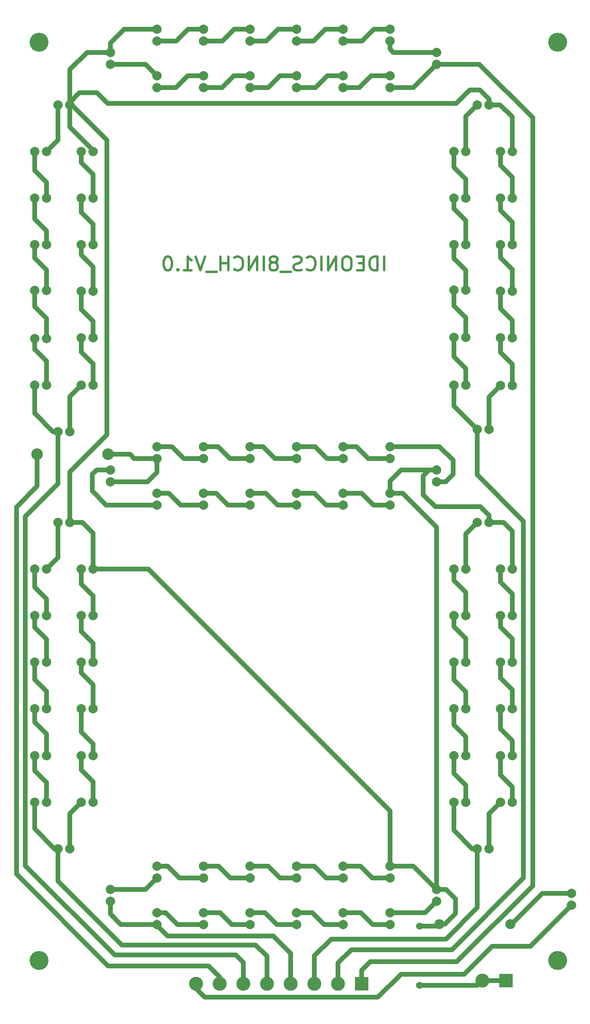
<source format=gbl>
G04 (created by PCBNEW (2013-07-07 BZR 4022)-stable) date 2/5/2016 12:23:49 PM*
%MOIN*%
G04 Gerber Fmt 3.4, Leading zero omitted, Abs format*
%FSLAX34Y34*%
G01*
G70*
G90*
G04 APERTURE LIST*
%ADD10C,0.00590551*%
%ADD11C,0.019685*%
%ADD12C,0.0787*%
%ADD13C,0.0843701*%
%ADD14C,0.0984252*%
%ADD15C,0.16*%
%ADD16R,0.1181X0.1181*%
%ADD17C,0.1181*%
%ADD18C,0.06*%
%ADD19C,0.0393701*%
G04 APERTURE END LIST*
G54D10*
G54D11*
X43180Y-32878D02*
X43180Y-31696D01*
X42617Y-32878D02*
X42617Y-31696D01*
X42336Y-31696D01*
X42167Y-31753D01*
X42055Y-31865D01*
X41998Y-31978D01*
X41942Y-32203D01*
X41942Y-32371D01*
X41998Y-32596D01*
X42055Y-32709D01*
X42167Y-32821D01*
X42336Y-32878D01*
X42617Y-32878D01*
X41436Y-32259D02*
X41042Y-32259D01*
X40874Y-32878D02*
X41436Y-32878D01*
X41436Y-31696D01*
X40874Y-31696D01*
X40142Y-31696D02*
X39917Y-31696D01*
X39805Y-31753D01*
X39693Y-31865D01*
X39636Y-32090D01*
X39636Y-32484D01*
X39693Y-32709D01*
X39805Y-32821D01*
X39917Y-32878D01*
X40142Y-32878D01*
X40255Y-32821D01*
X40367Y-32709D01*
X40424Y-32484D01*
X40424Y-32090D01*
X40367Y-31865D01*
X40255Y-31753D01*
X40142Y-31696D01*
X39130Y-32878D02*
X39130Y-31696D01*
X38455Y-32878D01*
X38455Y-31696D01*
X37893Y-32878D02*
X37893Y-31696D01*
X36655Y-32765D02*
X36712Y-32821D01*
X36880Y-32878D01*
X36993Y-32878D01*
X37162Y-32821D01*
X37274Y-32709D01*
X37330Y-32596D01*
X37387Y-32371D01*
X37387Y-32203D01*
X37330Y-31978D01*
X37274Y-31865D01*
X37162Y-31753D01*
X36993Y-31696D01*
X36880Y-31696D01*
X36712Y-31753D01*
X36655Y-31809D01*
X36205Y-32821D02*
X36037Y-32878D01*
X35756Y-32878D01*
X35643Y-32821D01*
X35587Y-32765D01*
X35531Y-32653D01*
X35531Y-32540D01*
X35587Y-32428D01*
X35643Y-32371D01*
X35756Y-32315D01*
X35980Y-32259D01*
X36093Y-32203D01*
X36149Y-32146D01*
X36205Y-32034D01*
X36205Y-31921D01*
X36149Y-31809D01*
X36093Y-31753D01*
X35980Y-31696D01*
X35699Y-31696D01*
X35531Y-31753D01*
X35306Y-32990D02*
X34406Y-32990D01*
X33956Y-32203D02*
X34068Y-32146D01*
X34124Y-32090D01*
X34181Y-31978D01*
X34181Y-31921D01*
X34124Y-31809D01*
X34068Y-31753D01*
X33956Y-31696D01*
X33731Y-31696D01*
X33618Y-31753D01*
X33562Y-31809D01*
X33506Y-31921D01*
X33506Y-31978D01*
X33562Y-32090D01*
X33618Y-32146D01*
X33731Y-32203D01*
X33956Y-32203D01*
X34068Y-32259D01*
X34124Y-32315D01*
X34181Y-32428D01*
X34181Y-32653D01*
X34124Y-32765D01*
X34068Y-32821D01*
X33956Y-32878D01*
X33731Y-32878D01*
X33618Y-32821D01*
X33562Y-32765D01*
X33506Y-32653D01*
X33506Y-32428D01*
X33562Y-32315D01*
X33618Y-32259D01*
X33731Y-32203D01*
X33000Y-32878D02*
X33000Y-31696D01*
X32437Y-32878D02*
X32437Y-31696D01*
X31762Y-32878D01*
X31762Y-31696D01*
X30525Y-32765D02*
X30581Y-32821D01*
X30750Y-32878D01*
X30862Y-32878D01*
X31031Y-32821D01*
X31144Y-32709D01*
X31200Y-32596D01*
X31256Y-32371D01*
X31256Y-32203D01*
X31200Y-31978D01*
X31144Y-31865D01*
X31031Y-31753D01*
X30862Y-31696D01*
X30750Y-31696D01*
X30581Y-31753D01*
X30525Y-31809D01*
X30019Y-32878D02*
X30019Y-31696D01*
X30019Y-32259D02*
X29344Y-32259D01*
X29344Y-32878D02*
X29344Y-31696D01*
X29063Y-32990D02*
X28163Y-32990D01*
X28050Y-31696D02*
X27657Y-32878D01*
X27263Y-31696D01*
X26250Y-32878D02*
X26925Y-32878D01*
X26588Y-32878D02*
X26588Y-31696D01*
X26700Y-31865D01*
X26813Y-31978D01*
X26925Y-32034D01*
X25744Y-32765D02*
X25688Y-32821D01*
X25744Y-32878D01*
X25801Y-32821D01*
X25744Y-32765D01*
X25744Y-32878D01*
X24957Y-31696D02*
X24844Y-31696D01*
X24732Y-31753D01*
X24676Y-31809D01*
X24619Y-31921D01*
X24563Y-32146D01*
X24563Y-32428D01*
X24619Y-32653D01*
X24676Y-32765D01*
X24732Y-32821D01*
X24844Y-32878D01*
X24957Y-32878D01*
X25069Y-32821D01*
X25126Y-32765D01*
X25182Y-32653D01*
X25238Y-32428D01*
X25238Y-32146D01*
X25182Y-31921D01*
X25126Y-31809D01*
X25069Y-31753D01*
X24957Y-31696D01*
G54D12*
X14638Y-65977D03*
X13638Y-65977D03*
X18575Y-30702D03*
X17575Y-30702D03*
X18575Y-26765D03*
X17575Y-26765D03*
X16607Y-81725D03*
X15607Y-81725D03*
X16607Y-54166D03*
X15607Y-54166D03*
X18575Y-69914D03*
X17575Y-69914D03*
X18575Y-65977D03*
X17575Y-65977D03*
X18575Y-62040D03*
X17575Y-62040D03*
X18575Y-58103D03*
X17575Y-58103D03*
X14638Y-69914D03*
X13638Y-69914D03*
X18575Y-38576D03*
X17575Y-38576D03*
X14638Y-62040D03*
X13638Y-62040D03*
X14638Y-58103D03*
X13638Y-58103D03*
X47603Y-14454D03*
X47603Y-15454D03*
X23981Y-12485D03*
X23981Y-13485D03*
X20044Y-14454D03*
X20044Y-15454D03*
X31855Y-12485D03*
X31855Y-13485D03*
X35792Y-12485D03*
X35792Y-13485D03*
X39729Y-47761D03*
X39729Y-48761D03*
X20044Y-49729D03*
X20044Y-50729D03*
X47603Y-49729D03*
X47603Y-50729D03*
X43666Y-51698D03*
X43666Y-52698D03*
X39729Y-51698D03*
X39729Y-52698D03*
X35792Y-51698D03*
X35792Y-52698D03*
X31855Y-51698D03*
X31855Y-52698D03*
X31855Y-47761D03*
X31855Y-48761D03*
X35792Y-47761D03*
X35792Y-48761D03*
X18575Y-34639D03*
X17575Y-34639D03*
X43666Y-47761D03*
X43666Y-48761D03*
X14638Y-42552D03*
X13638Y-42552D03*
X18575Y-22828D03*
X17575Y-22828D03*
X16607Y-18891D03*
X15607Y-18891D03*
X14638Y-26765D03*
X13638Y-26765D03*
X14638Y-22828D03*
X13638Y-22828D03*
X14638Y-30702D03*
X13638Y-30702D03*
X27918Y-12485D03*
X27918Y-13485D03*
X31855Y-83194D03*
X31855Y-84194D03*
X50071Y-65977D03*
X49071Y-65977D03*
X50071Y-77788D03*
X49071Y-77788D03*
X54008Y-73851D03*
X53008Y-73851D03*
X54008Y-69914D03*
X53008Y-69914D03*
X54008Y-65977D03*
X53008Y-65977D03*
X43666Y-83194D03*
X43666Y-84194D03*
X39729Y-83194D03*
X39729Y-84194D03*
X35792Y-83194D03*
X35792Y-84194D03*
X35792Y-16422D03*
X35792Y-17422D03*
X31855Y-87131D03*
X31855Y-88131D03*
X35792Y-87131D03*
X35792Y-88131D03*
X39729Y-87131D03*
X39729Y-88131D03*
X43666Y-87131D03*
X43666Y-88131D03*
X20044Y-85162D03*
X20044Y-86162D03*
X47603Y-85162D03*
X47603Y-86162D03*
X54008Y-62040D03*
X53008Y-62040D03*
X54008Y-22828D03*
X53008Y-22828D03*
X50071Y-62040D03*
X49071Y-62040D03*
X31855Y-16422D03*
X31855Y-17422D03*
X27918Y-16422D03*
X27918Y-17422D03*
X23981Y-16422D03*
X23981Y-17422D03*
X50071Y-42552D03*
X49071Y-42552D03*
X50071Y-30702D03*
X49071Y-30702D03*
X50071Y-26765D03*
X49071Y-26765D03*
X50071Y-22828D03*
X49071Y-22828D03*
X52040Y-18891D03*
X51040Y-18891D03*
X54008Y-38576D03*
X53008Y-38576D03*
X54008Y-34639D03*
X53008Y-34639D03*
X54008Y-30702D03*
X53008Y-30702D03*
X54008Y-26765D03*
X53008Y-26765D03*
X54008Y-58103D03*
X53008Y-58103D03*
X52040Y-54166D03*
X51040Y-54166D03*
X50071Y-58103D03*
X49071Y-58103D03*
X59000Y-85500D03*
X59000Y-86500D03*
G54D13*
X47850Y-88100D03*
X53850Y-88100D03*
G54D12*
X14638Y-73851D03*
X13638Y-73851D03*
X18575Y-73851D03*
X17575Y-73851D03*
X18575Y-42552D03*
X17575Y-42552D03*
X14638Y-34560D03*
X13638Y-34560D03*
X27918Y-51698D03*
X27918Y-52698D03*
X27918Y-47761D03*
X27918Y-48761D03*
X39729Y-16422D03*
X39729Y-17422D03*
X39729Y-12485D03*
X39729Y-13485D03*
X50071Y-34521D03*
X49071Y-34521D03*
X54008Y-42592D03*
X53008Y-42592D03*
X54008Y-77788D03*
X53008Y-77788D03*
X50071Y-69914D03*
X49071Y-69914D03*
X27918Y-87131D03*
X27918Y-88131D03*
X27918Y-83194D03*
X27918Y-84194D03*
X14638Y-77788D03*
X13638Y-77788D03*
X18575Y-77788D03*
X17575Y-77788D03*
X16607Y-46489D03*
X15607Y-46489D03*
X14638Y-38615D03*
X13638Y-38615D03*
X23981Y-47761D03*
X23981Y-48761D03*
X23981Y-51698D03*
X23981Y-52698D03*
X43666Y-16422D03*
X43666Y-17422D03*
X43666Y-12485D03*
X43666Y-13485D03*
X52040Y-46292D03*
X51040Y-46292D03*
X50071Y-38537D03*
X49071Y-38537D03*
X52040Y-81725D03*
X51040Y-81725D03*
X50071Y-73851D03*
X49071Y-73851D03*
X23981Y-87131D03*
X23981Y-88131D03*
X23981Y-83194D03*
X23981Y-84194D03*
G54D14*
X13850Y-48400D03*
X19850Y-48400D03*
G54D15*
X14000Y-13600D03*
X57850Y-13600D03*
X57850Y-91162D03*
X14000Y-91162D03*
G54D16*
X53475Y-92850D03*
G54D17*
X51475Y-92850D03*
G54D16*
X41275Y-93125D03*
G54D17*
X35275Y-93125D03*
X33275Y-93125D03*
X31275Y-93125D03*
X29275Y-93125D03*
X27275Y-93125D03*
X37275Y-93125D03*
X39275Y-93125D03*
G54D18*
X46175Y-93275D03*
X46175Y-88275D03*
G54D19*
X18067Y-14454D02*
X20044Y-14454D01*
X20044Y-14454D02*
X20044Y-13655D01*
X20044Y-13655D02*
X21214Y-12485D01*
X21214Y-12485D02*
X23981Y-12485D01*
X16607Y-15914D02*
X18067Y-14454D01*
X46200Y-88250D02*
X47700Y-88250D01*
X47700Y-88250D02*
X47850Y-88100D01*
X47850Y-88100D02*
X48300Y-88100D01*
X48412Y-85162D02*
X47603Y-85162D01*
X49200Y-85950D02*
X48412Y-85162D01*
X49200Y-87200D02*
X49200Y-85950D01*
X48300Y-88100D02*
X49200Y-87200D01*
X43666Y-83194D02*
X43666Y-78516D01*
X23253Y-58103D02*
X18575Y-58103D01*
X43666Y-78516D02*
X23253Y-58103D01*
X47603Y-85162D02*
X47603Y-54553D01*
X44748Y-51698D02*
X43666Y-51698D01*
X47603Y-54553D02*
X44748Y-51698D01*
X16607Y-18891D02*
X16791Y-18891D01*
X16607Y-49892D02*
X16607Y-54166D01*
X19750Y-46750D02*
X16607Y-49892D01*
X19750Y-21850D02*
X19750Y-46750D01*
X16791Y-18891D02*
X19750Y-21850D01*
X16607Y-18891D02*
X16607Y-20757D01*
X18575Y-22725D02*
X18575Y-22828D01*
X16607Y-20757D02*
X18575Y-22725D01*
X16607Y-18891D02*
X16607Y-18686D01*
X52040Y-18387D02*
X52040Y-18891D01*
X51288Y-17635D02*
X52040Y-18387D01*
X50406Y-17635D02*
X51288Y-17635D01*
X49284Y-18757D02*
X50406Y-17635D01*
X19800Y-18757D02*
X49284Y-18757D01*
X18918Y-17875D02*
X19800Y-18757D01*
X17418Y-17875D02*
X18918Y-17875D01*
X16607Y-18686D02*
X17418Y-17875D01*
X47603Y-49729D02*
X46996Y-49729D01*
X52040Y-53564D02*
X52040Y-54166D01*
X51307Y-52832D02*
X52040Y-53564D01*
X47500Y-52832D02*
X51307Y-52832D01*
X46492Y-51824D02*
X47500Y-52832D01*
X46492Y-50233D02*
X46492Y-51824D01*
X46996Y-49729D02*
X46492Y-50233D01*
X43666Y-51698D02*
X43666Y-50662D01*
X44599Y-49729D02*
X47603Y-49729D01*
X43666Y-50662D02*
X44599Y-49729D01*
X16607Y-18891D02*
X16607Y-15914D01*
X52040Y-18891D02*
X52991Y-18891D01*
X52991Y-18891D02*
X54008Y-19908D01*
X54008Y-19908D02*
X54008Y-22828D01*
X52040Y-54166D02*
X53266Y-54166D01*
X54008Y-54908D02*
X54008Y-58103D01*
X53266Y-54166D02*
X54008Y-54908D01*
X43666Y-83194D02*
X45634Y-83194D01*
X45634Y-83194D02*
X47603Y-85162D01*
X16607Y-54166D02*
X17666Y-54166D01*
X18575Y-55075D02*
X18575Y-58103D01*
X17666Y-54166D02*
X18575Y-55075D01*
X51475Y-92850D02*
X53475Y-92850D01*
X46175Y-93275D02*
X51050Y-93275D01*
X51050Y-93275D02*
X51475Y-92850D01*
X27275Y-93125D02*
X27275Y-93525D01*
X55550Y-89950D02*
X59000Y-86500D01*
X52325Y-89950D02*
X55550Y-89950D01*
X49950Y-92325D02*
X52325Y-89950D01*
X44600Y-92325D02*
X49950Y-92325D01*
X42650Y-94275D02*
X44600Y-92325D01*
X28025Y-94275D02*
X42650Y-94275D01*
X27275Y-93525D02*
X28025Y-94275D01*
X23981Y-48761D02*
X23981Y-49918D01*
X23170Y-50729D02*
X20044Y-50729D01*
X23981Y-49918D02*
X23170Y-50729D01*
X19850Y-48400D02*
X21700Y-48400D01*
X22061Y-48761D02*
X23981Y-48761D01*
X21700Y-48400D02*
X22061Y-48761D01*
X41275Y-93125D02*
X41275Y-92000D01*
X51229Y-15454D02*
X47603Y-15454D01*
X55750Y-19975D02*
X51229Y-15454D01*
X55750Y-84850D02*
X55750Y-19975D01*
X49325Y-91275D02*
X55750Y-84850D01*
X42000Y-91275D02*
X49325Y-91275D01*
X41275Y-92000D02*
X42000Y-91275D01*
X43666Y-17422D02*
X45634Y-17422D01*
X45634Y-17422D02*
X47603Y-15454D01*
X39275Y-93125D02*
X39275Y-91375D01*
X51040Y-50140D02*
X51040Y-46292D01*
X54950Y-54050D02*
X51040Y-50140D01*
X54950Y-84200D02*
X54950Y-54050D01*
X48900Y-90250D02*
X54950Y-84200D01*
X40400Y-90250D02*
X48900Y-90250D01*
X39275Y-91375D02*
X40400Y-90250D01*
X49071Y-42552D02*
X49071Y-44324D01*
X49071Y-44324D02*
X51040Y-46292D01*
X37275Y-93125D02*
X37275Y-90775D01*
X51040Y-86709D02*
X51040Y-81725D01*
X48400Y-89350D02*
X51040Y-86709D01*
X38700Y-89350D02*
X48400Y-89350D01*
X37275Y-90775D02*
X38700Y-89350D01*
X51040Y-81725D02*
X50625Y-81725D01*
X49071Y-80171D02*
X49071Y-77788D01*
X50625Y-81725D02*
X49071Y-80171D01*
X23981Y-88131D02*
X23981Y-88206D01*
X35275Y-90575D02*
X35275Y-93125D01*
X33800Y-89100D02*
X35275Y-90575D01*
X24875Y-89100D02*
X33800Y-89100D01*
X23981Y-88206D02*
X24875Y-89100D01*
X24061Y-88211D02*
X23981Y-88131D01*
X20044Y-86162D02*
X20044Y-87244D01*
X20044Y-87244D02*
X20931Y-88131D01*
X20931Y-88131D02*
X23981Y-88131D01*
X33275Y-93125D02*
X33275Y-90800D01*
X15607Y-84457D02*
X15607Y-81725D01*
X21000Y-89850D02*
X15607Y-84457D01*
X32325Y-89850D02*
X21000Y-89850D01*
X33275Y-90800D02*
X32325Y-89850D01*
X15607Y-81725D02*
X15325Y-81725D01*
X13638Y-80038D02*
X13638Y-77788D01*
X15325Y-81725D02*
X13638Y-80038D01*
X31275Y-93125D02*
X31275Y-91325D01*
X15607Y-50892D02*
X15607Y-46489D01*
X12850Y-53650D02*
X15607Y-50892D01*
X12850Y-83150D02*
X12850Y-53650D01*
X20400Y-90700D02*
X12850Y-83150D01*
X30650Y-90700D02*
X20400Y-90700D01*
X31275Y-91325D02*
X30650Y-90700D01*
X15607Y-46489D02*
X15189Y-46489D01*
X15189Y-46489D02*
X13638Y-44938D01*
X13638Y-44938D02*
X13638Y-42552D01*
X13850Y-48400D02*
X13850Y-51100D01*
X29275Y-92550D02*
X29275Y-93125D01*
X28350Y-91625D02*
X29275Y-92550D01*
X19850Y-91625D02*
X28350Y-91625D01*
X12100Y-83875D02*
X19850Y-91625D01*
X12100Y-52850D02*
X12100Y-83875D01*
X13850Y-51100D02*
X12100Y-52850D01*
X53008Y-65977D02*
X53008Y-67308D01*
X54008Y-68308D02*
X54008Y-69914D01*
X53008Y-67308D02*
X54008Y-68308D01*
X54008Y-73851D02*
X54008Y-72608D01*
X53008Y-71608D02*
X53008Y-69914D01*
X54008Y-72608D02*
X53008Y-71608D01*
X34131Y-88131D02*
X35792Y-88131D01*
X33131Y-87131D02*
X34131Y-88131D01*
X31855Y-87131D02*
X33131Y-87131D01*
X49071Y-58103D02*
X49071Y-59071D01*
X50071Y-60071D02*
X50071Y-62040D01*
X49071Y-59071D02*
X50071Y-60071D01*
X50071Y-58103D02*
X50071Y-55135D01*
X50071Y-55135D02*
X51040Y-54166D01*
X53008Y-62040D02*
X53008Y-63008D01*
X54008Y-64008D02*
X54008Y-65977D01*
X53008Y-63008D02*
X54008Y-64008D01*
X53008Y-58103D02*
X53008Y-59208D01*
X54008Y-60208D02*
X54008Y-62040D01*
X53008Y-59208D02*
X54008Y-60208D01*
X50071Y-22828D02*
X50071Y-19859D01*
X50071Y-19859D02*
X51040Y-18891D01*
X17575Y-62040D02*
X17575Y-63375D01*
X18575Y-64375D02*
X18575Y-65977D01*
X17575Y-63375D02*
X18575Y-64375D01*
X15607Y-18891D02*
X15607Y-21859D01*
X15607Y-21859D02*
X14638Y-22828D01*
X14638Y-26765D02*
X14638Y-25438D01*
X13638Y-24438D02*
X13638Y-22828D01*
X14638Y-25438D02*
X13638Y-24438D01*
X27918Y-87131D02*
X29331Y-87131D01*
X30331Y-88131D02*
X31855Y-88131D01*
X29331Y-87131D02*
X30331Y-88131D01*
X17575Y-30702D02*
X17575Y-31575D01*
X18575Y-32575D02*
X18575Y-34639D01*
X17575Y-31575D02*
X18575Y-32575D01*
X17575Y-34639D02*
X17575Y-36175D01*
X18575Y-37175D02*
X18575Y-38576D01*
X17575Y-36175D02*
X18575Y-37175D01*
X14638Y-30702D02*
X14638Y-29538D01*
X13638Y-28538D02*
X13638Y-26765D01*
X14638Y-29538D02*
X13638Y-28538D01*
X13638Y-30702D02*
X13638Y-31838D01*
X14638Y-32838D02*
X14638Y-34560D01*
X13638Y-31838D02*
X14638Y-32838D01*
X17575Y-38576D02*
X17575Y-39775D01*
X18575Y-40775D02*
X18575Y-42552D01*
X17575Y-39775D02*
X18575Y-40775D01*
X14638Y-73851D02*
X14638Y-72038D01*
X13638Y-71038D02*
X13638Y-69914D01*
X14638Y-72038D02*
X13638Y-71038D01*
X17575Y-65977D02*
X17575Y-66875D01*
X18575Y-67875D02*
X18575Y-69914D01*
X17575Y-66875D02*
X18575Y-67875D01*
X14638Y-69914D02*
X14638Y-68438D01*
X13638Y-67438D02*
X13638Y-65977D01*
X14638Y-68438D02*
X13638Y-67438D01*
X13638Y-62040D02*
X13638Y-63038D01*
X14638Y-64038D02*
X14638Y-65977D01*
X13638Y-63038D02*
X14638Y-64038D01*
X49071Y-22828D02*
X49071Y-24171D01*
X50071Y-25171D02*
X50071Y-26765D01*
X49071Y-24171D02*
X50071Y-25171D01*
X27918Y-83194D02*
X29194Y-83194D01*
X30194Y-84194D02*
X31855Y-84194D01*
X29194Y-83194D02*
X30194Y-84194D01*
X17575Y-58103D02*
X17575Y-59375D01*
X18575Y-60375D02*
X18575Y-62040D01*
X17575Y-59375D02*
X18575Y-60375D01*
X13638Y-58103D02*
X13638Y-59638D01*
X14638Y-60638D02*
X14638Y-62040D01*
X13638Y-59638D02*
X14638Y-60638D01*
X15607Y-54166D02*
X15607Y-57135D01*
X15607Y-57135D02*
X14638Y-58103D01*
X39729Y-87131D02*
X41231Y-87131D01*
X42231Y-88131D02*
X43666Y-88131D01*
X41231Y-87131D02*
X42231Y-88131D01*
X43666Y-87131D02*
X46634Y-87131D01*
X46634Y-87131D02*
X47603Y-86162D01*
X35792Y-87131D02*
X37131Y-87131D01*
X38131Y-88131D02*
X39729Y-88131D01*
X37131Y-87131D02*
X38131Y-88131D01*
X23981Y-83194D02*
X24894Y-83194D01*
X25894Y-84194D02*
X27918Y-84194D01*
X24894Y-83194D02*
X25894Y-84194D01*
X23981Y-87131D02*
X24731Y-87131D01*
X25731Y-88131D02*
X27918Y-88131D01*
X24731Y-87131D02*
X25731Y-88131D01*
X50071Y-73851D02*
X50071Y-72271D01*
X49071Y-71271D02*
X49071Y-69914D01*
X50071Y-72271D02*
X49071Y-71271D01*
X52040Y-81725D02*
X52040Y-78757D01*
X52040Y-78757D02*
X53008Y-77788D01*
X31855Y-83194D02*
X33394Y-83194D01*
X34394Y-84194D02*
X35792Y-84194D01*
X33394Y-83194D02*
X34394Y-84194D01*
X50071Y-42552D02*
X50071Y-41171D01*
X49071Y-40171D02*
X49071Y-38537D01*
X50071Y-41171D02*
X49071Y-40171D01*
X49071Y-34521D02*
X49071Y-35871D01*
X50071Y-36871D02*
X50071Y-38537D01*
X49071Y-35871D02*
X50071Y-36871D01*
X52040Y-46292D02*
X52040Y-43560D01*
X52040Y-43560D02*
X53008Y-42592D01*
X39729Y-13485D02*
X41314Y-13485D01*
X42314Y-12485D02*
X43666Y-12485D01*
X41314Y-13485D02*
X42314Y-12485D01*
X39729Y-17422D02*
X41077Y-17422D01*
X42077Y-16422D02*
X43666Y-16422D01*
X41077Y-17422D02*
X42077Y-16422D01*
X23981Y-51698D02*
X24998Y-51698D01*
X25998Y-52698D02*
X27918Y-52698D01*
X24998Y-51698D02*
X25998Y-52698D01*
X23981Y-47761D02*
X25261Y-47761D01*
X26261Y-48761D02*
X27918Y-48761D01*
X25261Y-47761D02*
X26261Y-48761D01*
X17575Y-73851D02*
X17575Y-75075D01*
X18575Y-76075D02*
X18575Y-77788D01*
X17575Y-75075D02*
X18575Y-76075D01*
X13638Y-73851D02*
X13638Y-75138D01*
X14638Y-76138D02*
X14638Y-77788D01*
X13638Y-75138D02*
X14638Y-76138D01*
X31855Y-13485D02*
X33214Y-13485D01*
X34214Y-12485D02*
X35792Y-12485D01*
X33214Y-13485D02*
X34214Y-12485D01*
X35792Y-83194D02*
X37294Y-83194D01*
X38294Y-84194D02*
X39729Y-84194D01*
X37294Y-83194D02*
X38294Y-84194D01*
X49071Y-26765D02*
X49071Y-27671D01*
X50071Y-28671D02*
X50071Y-30702D01*
X49071Y-27671D02*
X50071Y-28671D01*
X49071Y-30702D02*
X49071Y-31871D01*
X50071Y-32871D02*
X50071Y-34521D01*
X49071Y-31871D02*
X50071Y-32871D01*
X53008Y-38576D02*
X53008Y-39808D01*
X54008Y-40808D02*
X54008Y-42592D01*
X53008Y-39808D02*
X54008Y-40808D01*
X53008Y-34639D02*
X53008Y-36108D01*
X54008Y-37108D02*
X54008Y-38576D01*
X53008Y-36108D02*
X54008Y-37108D01*
X53008Y-30702D02*
X53008Y-31808D01*
X54008Y-32808D02*
X54008Y-34639D01*
X53008Y-31808D02*
X54008Y-32808D01*
X53008Y-26765D02*
X53008Y-27808D01*
X54008Y-28808D02*
X54008Y-30702D01*
X53008Y-27808D02*
X54008Y-28808D01*
X53008Y-22828D02*
X53008Y-24008D01*
X54008Y-25008D02*
X54008Y-26765D01*
X53008Y-24008D02*
X54008Y-25008D01*
X35792Y-17422D02*
X37377Y-17422D01*
X38377Y-16422D02*
X39729Y-16422D01*
X37377Y-17422D02*
X38377Y-16422D01*
X35792Y-13485D02*
X37214Y-13485D01*
X38214Y-12485D02*
X39729Y-12485D01*
X37214Y-13485D02*
X38214Y-12485D01*
X31855Y-17422D02*
X33377Y-17422D01*
X34377Y-16422D02*
X35792Y-16422D01*
X33377Y-17422D02*
X34377Y-16422D01*
X39729Y-83194D02*
X41194Y-83194D01*
X42194Y-84194D02*
X43666Y-84194D01*
X41194Y-83194D02*
X42194Y-84194D01*
X27918Y-13485D02*
X29514Y-13485D01*
X30514Y-12485D02*
X31855Y-12485D01*
X29514Y-13485D02*
X30514Y-12485D01*
X27918Y-17422D02*
X29477Y-17422D01*
X30477Y-16422D02*
X31855Y-16422D01*
X29477Y-17422D02*
X30477Y-16422D01*
X23981Y-17422D02*
X25577Y-17422D01*
X26577Y-16422D02*
X27918Y-16422D01*
X25577Y-17422D02*
X26577Y-16422D01*
X23981Y-13485D02*
X25614Y-13485D01*
X26614Y-12485D02*
X27918Y-12485D01*
X25614Y-13485D02*
X26614Y-12485D01*
X20044Y-15454D02*
X23012Y-15454D01*
X23012Y-15454D02*
X23981Y-16422D01*
X14638Y-38615D02*
X14638Y-36938D01*
X13638Y-35938D02*
X13638Y-34560D01*
X14638Y-36938D02*
X13638Y-35938D01*
X16607Y-46489D02*
X16607Y-43521D01*
X16607Y-43521D02*
X17575Y-42552D01*
X20044Y-85162D02*
X23012Y-85162D01*
X23012Y-85162D02*
X23981Y-84194D01*
X50071Y-77788D02*
X50071Y-76371D01*
X49071Y-75371D02*
X49071Y-73851D01*
X50071Y-76371D02*
X49071Y-75371D01*
X49071Y-62040D02*
X49071Y-62971D01*
X50071Y-63971D02*
X50071Y-65977D01*
X49071Y-62971D02*
X50071Y-63971D01*
X43666Y-13485D02*
X43666Y-14166D01*
X43954Y-14454D02*
X47603Y-14454D01*
X43666Y-14166D02*
X43954Y-14454D01*
X20044Y-49729D02*
X18870Y-49729D01*
X19698Y-52698D02*
X23981Y-52698D01*
X18500Y-51500D02*
X19698Y-52698D01*
X18500Y-50100D02*
X18500Y-51500D01*
X18870Y-49729D02*
X18500Y-50100D01*
X13638Y-38615D02*
X13638Y-39538D01*
X14638Y-40538D02*
X14638Y-42552D01*
X13638Y-39538D02*
X14638Y-40538D01*
X35792Y-47761D02*
X37361Y-47761D01*
X38361Y-48761D02*
X39729Y-48761D01*
X37361Y-47761D02*
X38361Y-48761D01*
X39729Y-47761D02*
X40861Y-47761D01*
X41861Y-48761D02*
X43666Y-48761D01*
X40861Y-47761D02*
X41861Y-48761D01*
X43666Y-47761D02*
X47861Y-47761D01*
X48370Y-50729D02*
X47603Y-50729D01*
X49000Y-50100D02*
X48370Y-50729D01*
X49000Y-48900D02*
X49000Y-50100D01*
X47861Y-47761D02*
X49000Y-48900D01*
X39729Y-51698D02*
X41298Y-51698D01*
X42298Y-52698D02*
X43666Y-52698D01*
X41298Y-51698D02*
X42298Y-52698D01*
X35792Y-51698D02*
X37298Y-51698D01*
X38298Y-52698D02*
X39729Y-52698D01*
X37298Y-51698D02*
X38298Y-52698D01*
X49071Y-65977D02*
X49071Y-67471D01*
X50071Y-68471D02*
X50071Y-69914D01*
X49071Y-67471D02*
X50071Y-68471D01*
X31855Y-51698D02*
X33198Y-51698D01*
X34198Y-52698D02*
X35792Y-52698D01*
X33198Y-51698D02*
X34198Y-52698D01*
X31855Y-47761D02*
X32961Y-47761D01*
X33961Y-48761D02*
X35792Y-48761D01*
X32961Y-47761D02*
X33961Y-48761D01*
X27918Y-47761D02*
X29161Y-47761D01*
X30161Y-48761D02*
X31855Y-48761D01*
X29161Y-47761D02*
X30161Y-48761D01*
X17575Y-26765D02*
X17575Y-27975D01*
X18575Y-28975D02*
X18575Y-30702D01*
X17575Y-27975D02*
X18575Y-28975D01*
X17575Y-22828D02*
X17575Y-23775D01*
X18575Y-24775D02*
X18575Y-26765D01*
X17575Y-23775D02*
X18575Y-24775D01*
X16607Y-81725D02*
X16607Y-78757D01*
X16607Y-78757D02*
X17575Y-77788D01*
X17575Y-69914D02*
X17575Y-71875D01*
X18575Y-72875D02*
X18575Y-73851D01*
X17575Y-71875D02*
X18575Y-72875D01*
X27918Y-51698D02*
X28998Y-51698D01*
X29998Y-52698D02*
X31855Y-52698D01*
X28998Y-51698D02*
X29998Y-52698D01*
X53850Y-88100D02*
X53950Y-88100D01*
X56550Y-85500D02*
X59000Y-85500D01*
X53950Y-88100D02*
X56550Y-85500D01*
X54008Y-77788D02*
X54008Y-76508D01*
X53008Y-75508D02*
X53008Y-73851D01*
X54008Y-76508D02*
X53008Y-75508D01*
M02*

</source>
